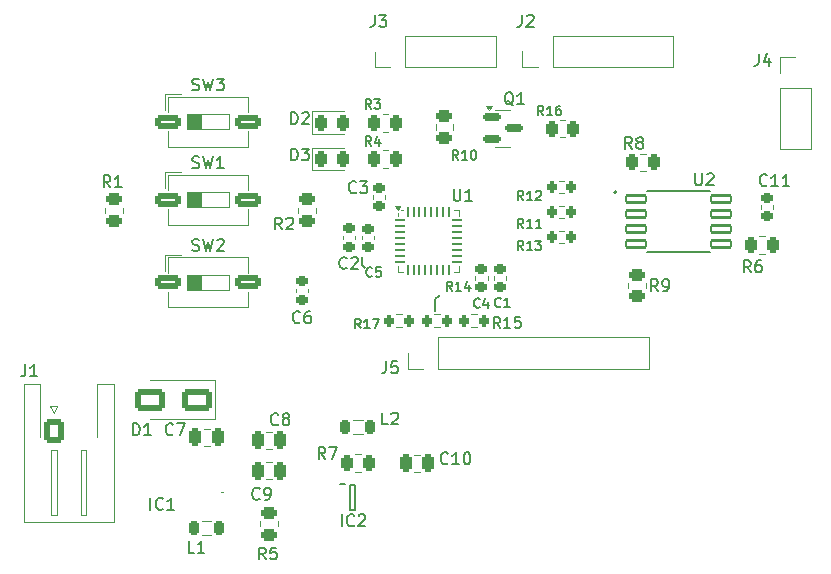
<source format=gto>
G04 #@! TF.GenerationSoftware,KiCad,Pcbnew,9.0.0*
G04 #@! TF.CreationDate,2025-05-01T15:15:07-03:00*
G04 #@! TF.ProjectId,hw_rfid,68775f72-6669-4642-9e6b-696361645f70,rev?*
G04 #@! TF.SameCoordinates,Original*
G04 #@! TF.FileFunction,Legend,Top*
G04 #@! TF.FilePolarity,Positive*
%FSLAX46Y46*%
G04 Gerber Fmt 4.6, Leading zero omitted, Abs format (unit mm)*
G04 Created by KiCad (PCBNEW 9.0.0) date 2025-05-01 15:15:07*
%MOMM*%
%LPD*%
G01*
G04 APERTURE LIST*
G04 Aperture macros list*
%AMRoundRect*
0 Rectangle with rounded corners*
0 $1 Rounding radius*
0 $2 $3 $4 $5 $6 $7 $8 $9 X,Y pos of 4 corners*
0 Add a 4 corners polygon primitive as box body*
4,1,4,$2,$3,$4,$5,$6,$7,$8,$9,$2,$3,0*
0 Add four circle primitives for the rounded corners*
1,1,$1+$1,$2,$3*
1,1,$1+$1,$4,$5*
1,1,$1+$1,$6,$7*
1,1,$1+$1,$8,$9*
0 Add four rect primitives between the rounded corners*
20,1,$1+$1,$2,$3,$4,$5,0*
20,1,$1+$1,$4,$5,$6,$7,0*
20,1,$1+$1,$6,$7,$8,$9,0*
20,1,$1+$1,$8,$9,$2,$3,0*%
G04 Aperture macros list end*
%ADD10C,0.150000*%
%ADD11C,0.120000*%
%ADD12C,0.127000*%
%ADD13C,0.200000*%
%ADD14C,0.100000*%
%ADD15RoundRect,0.225000X-0.250000X0.225000X-0.250000X-0.225000X0.250000X-0.225000X0.250000X0.225000X0*%
%ADD16R,1.700000X1.700000*%
%ADD17O,1.700000X1.700000*%
%ADD18RoundRect,0.250000X0.450000X-0.262500X0.450000X0.262500X-0.450000X0.262500X-0.450000X-0.262500X0*%
%ADD19RoundRect,0.218750X-0.218750X-0.381250X0.218750X-0.381250X0.218750X0.381250X-0.218750X0.381250X0*%
%ADD20RoundRect,0.250000X-0.830000X-0.310000X0.830000X-0.310000X0.830000X0.310000X-0.830000X0.310000X0*%
%ADD21RoundRect,0.250000X-0.262500X-0.450000X0.262500X-0.450000X0.262500X0.450000X-0.262500X0.450000X0*%
%ADD22C,2.000000*%
%ADD23RoundRect,0.200000X-0.200000X-0.275000X0.200000X-0.275000X0.200000X0.275000X-0.200000X0.275000X0*%
%ADD24RoundRect,0.225000X0.250000X-0.225000X0.250000X0.225000X-0.250000X0.225000X-0.250000X-0.225000X0*%
%ADD25RoundRect,0.200000X0.200000X0.275000X-0.200000X0.275000X-0.200000X-0.275000X0.200000X-0.275000X0*%
%ADD26RoundRect,0.250000X0.262500X0.450000X-0.262500X0.450000X-0.262500X-0.450000X0.262500X-0.450000X0*%
%ADD27RoundRect,0.098000X-0.859000X-0.294000X0.859000X-0.294000X0.859000X0.294000X-0.859000X0.294000X0*%
%ADD28RoundRect,0.250000X-0.250000X-0.475000X0.250000X-0.475000X0.250000X0.475000X-0.250000X0.475000X0*%
%ADD29RoundRect,0.243750X-0.243750X-0.456250X0.243750X-0.456250X0.243750X0.456250X-0.243750X0.456250X0*%
%ADD30RoundRect,0.250000X-0.450000X0.262500X-0.450000X-0.262500X0.450000X-0.262500X0.450000X0.262500X0*%
%ADD31R,0.450000X0.350000*%
%ADD32R,0.450000X0.250000*%
%ADD33R,1.000000X1.600000*%
%ADD34R,0.900000X0.100000*%
%ADD35RoundRect,0.250000X1.000000X0.650000X-1.000000X0.650000X-1.000000X-0.650000X1.000000X-0.650000X0*%
%ADD36R,0.475000X0.300000*%
%ADD37RoundRect,0.250000X-0.600000X-0.750000X0.600000X-0.750000X0.600000X0.750000X-0.600000X0.750000X0*%
%ADD38O,1.700000X2.000000*%
%ADD39RoundRect,0.150000X-0.587500X-0.150000X0.587500X-0.150000X0.587500X0.150000X-0.587500X0.150000X0*%
%ADD40RoundRect,0.062500X-0.375000X-0.062500X0.375000X-0.062500X0.375000X0.062500X-0.375000X0.062500X0*%
%ADD41RoundRect,0.062500X-0.062500X-0.375000X0.062500X-0.375000X0.062500X0.375000X-0.062500X0.375000X0*%
%ADD42R,3.450000X3.450000*%
G04 APERTURE END LIST*
D10*
X105000000Y-97550000D02*
X105250000Y-97800000D01*
X111200000Y-101400000D02*
X111200000Y-100450000D01*
X111200000Y-100450000D02*
X111575000Y-100125000D01*
X111575000Y-100125000D02*
X111675000Y-100050000D01*
X105000000Y-96850000D02*
X105000000Y-97550000D01*
X116791667Y-101036104D02*
X116753571Y-101074200D01*
X116753571Y-101074200D02*
X116639286Y-101112295D01*
X116639286Y-101112295D02*
X116563095Y-101112295D01*
X116563095Y-101112295D02*
X116448809Y-101074200D01*
X116448809Y-101074200D02*
X116372619Y-100998009D01*
X116372619Y-100998009D02*
X116334524Y-100921819D01*
X116334524Y-100921819D02*
X116296428Y-100769438D01*
X116296428Y-100769438D02*
X116296428Y-100655152D01*
X116296428Y-100655152D02*
X116334524Y-100502771D01*
X116334524Y-100502771D02*
X116372619Y-100426580D01*
X116372619Y-100426580D02*
X116448809Y-100350390D01*
X116448809Y-100350390D02*
X116563095Y-100312295D01*
X116563095Y-100312295D02*
X116639286Y-100312295D01*
X116639286Y-100312295D02*
X116753571Y-100350390D01*
X116753571Y-100350390D02*
X116791667Y-100388485D01*
X117553571Y-101112295D02*
X117096428Y-101112295D01*
X117325000Y-101112295D02*
X117325000Y-100312295D01*
X117325000Y-100312295D02*
X117248809Y-100426580D01*
X117248809Y-100426580D02*
X117172619Y-100502771D01*
X117172619Y-100502771D02*
X117096428Y-100540866D01*
X105881235Y-98461104D02*
X105843139Y-98499200D01*
X105843139Y-98499200D02*
X105728854Y-98537295D01*
X105728854Y-98537295D02*
X105652663Y-98537295D01*
X105652663Y-98537295D02*
X105538377Y-98499200D01*
X105538377Y-98499200D02*
X105462187Y-98423009D01*
X105462187Y-98423009D02*
X105424092Y-98346819D01*
X105424092Y-98346819D02*
X105385996Y-98194438D01*
X105385996Y-98194438D02*
X105385996Y-98080152D01*
X105385996Y-98080152D02*
X105424092Y-97927771D01*
X105424092Y-97927771D02*
X105462187Y-97851580D01*
X105462187Y-97851580D02*
X105538377Y-97775390D01*
X105538377Y-97775390D02*
X105652663Y-97737295D01*
X105652663Y-97737295D02*
X105728854Y-97737295D01*
X105728854Y-97737295D02*
X105843139Y-97775390D01*
X105843139Y-97775390D02*
X105881235Y-97813485D01*
X106605044Y-97737295D02*
X106224092Y-97737295D01*
X106224092Y-97737295D02*
X106185996Y-98118247D01*
X106185996Y-98118247D02*
X106224092Y-98080152D01*
X106224092Y-98080152D02*
X106300282Y-98042057D01*
X106300282Y-98042057D02*
X106490758Y-98042057D01*
X106490758Y-98042057D02*
X106566949Y-98080152D01*
X106566949Y-98080152D02*
X106605044Y-98118247D01*
X106605044Y-98118247D02*
X106643139Y-98194438D01*
X106643139Y-98194438D02*
X106643139Y-98384914D01*
X106643139Y-98384914D02*
X106605044Y-98461104D01*
X106605044Y-98461104D02*
X106566949Y-98499200D01*
X106566949Y-98499200D02*
X106490758Y-98537295D01*
X106490758Y-98537295D02*
X106300282Y-98537295D01*
X106300282Y-98537295D02*
X106224092Y-98499200D01*
X106224092Y-98499200D02*
X106185996Y-98461104D01*
X118576666Y-76354819D02*
X118576666Y-77069104D01*
X118576666Y-77069104D02*
X118529047Y-77211961D01*
X118529047Y-77211961D02*
X118433809Y-77307200D01*
X118433809Y-77307200D02*
X118290952Y-77354819D01*
X118290952Y-77354819D02*
X118195714Y-77354819D01*
X119005238Y-76450057D02*
X119052857Y-76402438D01*
X119052857Y-76402438D02*
X119148095Y-76354819D01*
X119148095Y-76354819D02*
X119386190Y-76354819D01*
X119386190Y-76354819D02*
X119481428Y-76402438D01*
X119481428Y-76402438D02*
X119529047Y-76450057D01*
X119529047Y-76450057D02*
X119576666Y-76545295D01*
X119576666Y-76545295D02*
X119576666Y-76640533D01*
X119576666Y-76640533D02*
X119529047Y-76783390D01*
X119529047Y-76783390D02*
X118957619Y-77354819D01*
X118957619Y-77354819D02*
X119576666Y-77354819D01*
X98258333Y-94529819D02*
X97925000Y-94053628D01*
X97686905Y-94529819D02*
X97686905Y-93529819D01*
X97686905Y-93529819D02*
X98067857Y-93529819D01*
X98067857Y-93529819D02*
X98163095Y-93577438D01*
X98163095Y-93577438D02*
X98210714Y-93625057D01*
X98210714Y-93625057D02*
X98258333Y-93720295D01*
X98258333Y-93720295D02*
X98258333Y-93863152D01*
X98258333Y-93863152D02*
X98210714Y-93958390D01*
X98210714Y-93958390D02*
X98163095Y-94006009D01*
X98163095Y-94006009D02*
X98067857Y-94053628D01*
X98067857Y-94053628D02*
X97686905Y-94053628D01*
X98639286Y-93625057D02*
X98686905Y-93577438D01*
X98686905Y-93577438D02*
X98782143Y-93529819D01*
X98782143Y-93529819D02*
X99020238Y-93529819D01*
X99020238Y-93529819D02*
X99115476Y-93577438D01*
X99115476Y-93577438D02*
X99163095Y-93625057D01*
X99163095Y-93625057D02*
X99210714Y-93720295D01*
X99210714Y-93720295D02*
X99210714Y-93815533D01*
X99210714Y-93815533D02*
X99163095Y-93958390D01*
X99163095Y-93958390D02*
X98591667Y-94529819D01*
X98591667Y-94529819D02*
X99210714Y-94529819D01*
X90833333Y-121904819D02*
X90357143Y-121904819D01*
X90357143Y-121904819D02*
X90357143Y-120904819D01*
X91690476Y-121904819D02*
X91119048Y-121904819D01*
X91404762Y-121904819D02*
X91404762Y-120904819D01*
X91404762Y-120904819D02*
X91309524Y-121047676D01*
X91309524Y-121047676D02*
X91214286Y-121142914D01*
X91214286Y-121142914D02*
X91119048Y-121190533D01*
X90666667Y-96297200D02*
X90809524Y-96344819D01*
X90809524Y-96344819D02*
X91047619Y-96344819D01*
X91047619Y-96344819D02*
X91142857Y-96297200D01*
X91142857Y-96297200D02*
X91190476Y-96249580D01*
X91190476Y-96249580D02*
X91238095Y-96154342D01*
X91238095Y-96154342D02*
X91238095Y-96059104D01*
X91238095Y-96059104D02*
X91190476Y-95963866D01*
X91190476Y-95963866D02*
X91142857Y-95916247D01*
X91142857Y-95916247D02*
X91047619Y-95868628D01*
X91047619Y-95868628D02*
X90857143Y-95821009D01*
X90857143Y-95821009D02*
X90761905Y-95773390D01*
X90761905Y-95773390D02*
X90714286Y-95725771D01*
X90714286Y-95725771D02*
X90666667Y-95630533D01*
X90666667Y-95630533D02*
X90666667Y-95535295D01*
X90666667Y-95535295D02*
X90714286Y-95440057D01*
X90714286Y-95440057D02*
X90761905Y-95392438D01*
X90761905Y-95392438D02*
X90857143Y-95344819D01*
X90857143Y-95344819D02*
X91095238Y-95344819D01*
X91095238Y-95344819D02*
X91238095Y-95392438D01*
X91571429Y-95344819D02*
X91809524Y-96344819D01*
X91809524Y-96344819D02*
X92000000Y-95630533D01*
X92000000Y-95630533D02*
X92190476Y-96344819D01*
X92190476Y-96344819D02*
X92428572Y-95344819D01*
X92761905Y-95440057D02*
X92809524Y-95392438D01*
X92809524Y-95392438D02*
X92904762Y-95344819D01*
X92904762Y-95344819D02*
X93142857Y-95344819D01*
X93142857Y-95344819D02*
X93238095Y-95392438D01*
X93238095Y-95392438D02*
X93285714Y-95440057D01*
X93285714Y-95440057D02*
X93333333Y-95535295D01*
X93333333Y-95535295D02*
X93333333Y-95630533D01*
X93333333Y-95630533D02*
X93285714Y-95773390D01*
X93285714Y-95773390D02*
X92714286Y-96344819D01*
X92714286Y-96344819D02*
X93333333Y-96344819D01*
X114991667Y-101086104D02*
X114953571Y-101124200D01*
X114953571Y-101124200D02*
X114839286Y-101162295D01*
X114839286Y-101162295D02*
X114763095Y-101162295D01*
X114763095Y-101162295D02*
X114648809Y-101124200D01*
X114648809Y-101124200D02*
X114572619Y-101048009D01*
X114572619Y-101048009D02*
X114534524Y-100971819D01*
X114534524Y-100971819D02*
X114496428Y-100819438D01*
X114496428Y-100819438D02*
X114496428Y-100705152D01*
X114496428Y-100705152D02*
X114534524Y-100552771D01*
X114534524Y-100552771D02*
X114572619Y-100476580D01*
X114572619Y-100476580D02*
X114648809Y-100400390D01*
X114648809Y-100400390D02*
X114763095Y-100362295D01*
X114763095Y-100362295D02*
X114839286Y-100362295D01*
X114839286Y-100362295D02*
X114953571Y-100400390D01*
X114953571Y-100400390D02*
X114991667Y-100438485D01*
X115677381Y-100628961D02*
X115677381Y-101162295D01*
X115486905Y-100324200D02*
X115296428Y-100895628D01*
X115296428Y-100895628D02*
X115791667Y-100895628D01*
X105804167Y-87437295D02*
X105537500Y-87056342D01*
X105347024Y-87437295D02*
X105347024Y-86637295D01*
X105347024Y-86637295D02*
X105651786Y-86637295D01*
X105651786Y-86637295D02*
X105727976Y-86675390D01*
X105727976Y-86675390D02*
X105766071Y-86713485D01*
X105766071Y-86713485D02*
X105804167Y-86789676D01*
X105804167Y-86789676D02*
X105804167Y-86903961D01*
X105804167Y-86903961D02*
X105766071Y-86980152D01*
X105766071Y-86980152D02*
X105727976Y-87018247D01*
X105727976Y-87018247D02*
X105651786Y-87056342D01*
X105651786Y-87056342D02*
X105347024Y-87056342D01*
X106489881Y-86903961D02*
X106489881Y-87437295D01*
X106299405Y-86599200D02*
X106108928Y-87170628D01*
X106108928Y-87170628D02*
X106604167Y-87170628D01*
X107066666Y-105704819D02*
X107066666Y-106419104D01*
X107066666Y-106419104D02*
X107019047Y-106561961D01*
X107019047Y-106561961D02*
X106923809Y-106657200D01*
X106923809Y-106657200D02*
X106780952Y-106704819D01*
X106780952Y-106704819D02*
X106685714Y-106704819D01*
X108019047Y-105704819D02*
X107542857Y-105704819D01*
X107542857Y-105704819D02*
X107495238Y-106181009D01*
X107495238Y-106181009D02*
X107542857Y-106133390D01*
X107542857Y-106133390D02*
X107638095Y-106085771D01*
X107638095Y-106085771D02*
X107876190Y-106085771D01*
X107876190Y-106085771D02*
X107971428Y-106133390D01*
X107971428Y-106133390D02*
X108019047Y-106181009D01*
X108019047Y-106181009D02*
X108066666Y-106276247D01*
X108066666Y-106276247D02*
X108066666Y-106514342D01*
X108066666Y-106514342D02*
X108019047Y-106609580D01*
X108019047Y-106609580D02*
X107971428Y-106657200D01*
X107971428Y-106657200D02*
X107876190Y-106704819D01*
X107876190Y-106704819D02*
X107638095Y-106704819D01*
X107638095Y-106704819D02*
X107542857Y-106657200D01*
X107542857Y-106657200D02*
X107495238Y-106609580D01*
X116746428Y-102858557D02*
X116446428Y-102429985D01*
X116232142Y-102858557D02*
X116232142Y-101958557D01*
X116232142Y-101958557D02*
X116574999Y-101958557D01*
X116574999Y-101958557D02*
X116660714Y-102001414D01*
X116660714Y-102001414D02*
X116703571Y-102044271D01*
X116703571Y-102044271D02*
X116746428Y-102129985D01*
X116746428Y-102129985D02*
X116746428Y-102258557D01*
X116746428Y-102258557D02*
X116703571Y-102344271D01*
X116703571Y-102344271D02*
X116660714Y-102387128D01*
X116660714Y-102387128D02*
X116574999Y-102429985D01*
X116574999Y-102429985D02*
X116232142Y-102429985D01*
X117603571Y-102858557D02*
X117089285Y-102858557D01*
X117346428Y-102858557D02*
X117346428Y-101958557D01*
X117346428Y-101958557D02*
X117260714Y-102087128D01*
X117260714Y-102087128D02*
X117174999Y-102172842D01*
X117174999Y-102172842D02*
X117089285Y-102215700D01*
X118417857Y-101958557D02*
X117989285Y-101958557D01*
X117989285Y-101958557D02*
X117946428Y-102387128D01*
X117946428Y-102387128D02*
X117989285Y-102344271D01*
X117989285Y-102344271D02*
X118075000Y-102301414D01*
X118075000Y-102301414D02*
X118289285Y-102301414D01*
X118289285Y-102301414D02*
X118375000Y-102344271D01*
X118375000Y-102344271D02*
X118417857Y-102387128D01*
X118417857Y-102387128D02*
X118460714Y-102472842D01*
X118460714Y-102472842D02*
X118460714Y-102687128D01*
X118460714Y-102687128D02*
X118417857Y-102772842D01*
X118417857Y-102772842D02*
X118375000Y-102815700D01*
X118375000Y-102815700D02*
X118289285Y-102858557D01*
X118289285Y-102858557D02*
X118075000Y-102858557D01*
X118075000Y-102858557D02*
X117989285Y-102815700D01*
X117989285Y-102815700D02*
X117946428Y-102772842D01*
X106091666Y-76379819D02*
X106091666Y-77094104D01*
X106091666Y-77094104D02*
X106044047Y-77236961D01*
X106044047Y-77236961D02*
X105948809Y-77332200D01*
X105948809Y-77332200D02*
X105805952Y-77379819D01*
X105805952Y-77379819D02*
X105710714Y-77379819D01*
X106472619Y-76379819D02*
X107091666Y-76379819D01*
X107091666Y-76379819D02*
X106758333Y-76760771D01*
X106758333Y-76760771D02*
X106901190Y-76760771D01*
X106901190Y-76760771D02*
X106996428Y-76808390D01*
X106996428Y-76808390D02*
X107044047Y-76856009D01*
X107044047Y-76856009D02*
X107091666Y-76951247D01*
X107091666Y-76951247D02*
X107091666Y-77189342D01*
X107091666Y-77189342D02*
X107044047Y-77284580D01*
X107044047Y-77284580D02*
X106996428Y-77332200D01*
X106996428Y-77332200D02*
X106901190Y-77379819D01*
X106901190Y-77379819D02*
X106615476Y-77379819D01*
X106615476Y-77379819D02*
X106520238Y-77332200D01*
X106520238Y-77332200D02*
X106472619Y-77284580D01*
X103733333Y-97784580D02*
X103685714Y-97832200D01*
X103685714Y-97832200D02*
X103542857Y-97879819D01*
X103542857Y-97879819D02*
X103447619Y-97879819D01*
X103447619Y-97879819D02*
X103304762Y-97832200D01*
X103304762Y-97832200D02*
X103209524Y-97736961D01*
X103209524Y-97736961D02*
X103161905Y-97641723D01*
X103161905Y-97641723D02*
X103114286Y-97451247D01*
X103114286Y-97451247D02*
X103114286Y-97308390D01*
X103114286Y-97308390D02*
X103161905Y-97117914D01*
X103161905Y-97117914D02*
X103209524Y-97022676D01*
X103209524Y-97022676D02*
X103304762Y-96927438D01*
X103304762Y-96927438D02*
X103447619Y-96879819D01*
X103447619Y-96879819D02*
X103542857Y-96879819D01*
X103542857Y-96879819D02*
X103685714Y-96927438D01*
X103685714Y-96927438D02*
X103733333Y-96975057D01*
X104114286Y-96975057D02*
X104161905Y-96927438D01*
X104161905Y-96927438D02*
X104257143Y-96879819D01*
X104257143Y-96879819D02*
X104495238Y-96879819D01*
X104495238Y-96879819D02*
X104590476Y-96927438D01*
X104590476Y-96927438D02*
X104638095Y-96975057D01*
X104638095Y-96975057D02*
X104685714Y-97070295D01*
X104685714Y-97070295D02*
X104685714Y-97165533D01*
X104685714Y-97165533D02*
X104638095Y-97308390D01*
X104638095Y-97308390D02*
X104066667Y-97879819D01*
X104066667Y-97879819D02*
X104685714Y-97879819D01*
X112660714Y-99737295D02*
X112394047Y-99356342D01*
X112203571Y-99737295D02*
X112203571Y-98937295D01*
X112203571Y-98937295D02*
X112508333Y-98937295D01*
X112508333Y-98937295D02*
X112584523Y-98975390D01*
X112584523Y-98975390D02*
X112622618Y-99013485D01*
X112622618Y-99013485D02*
X112660714Y-99089676D01*
X112660714Y-99089676D02*
X112660714Y-99203961D01*
X112660714Y-99203961D02*
X112622618Y-99280152D01*
X112622618Y-99280152D02*
X112584523Y-99318247D01*
X112584523Y-99318247D02*
X112508333Y-99356342D01*
X112508333Y-99356342D02*
X112203571Y-99356342D01*
X113422618Y-99737295D02*
X112965475Y-99737295D01*
X113194047Y-99737295D02*
X113194047Y-98937295D01*
X113194047Y-98937295D02*
X113117856Y-99051580D01*
X113117856Y-99051580D02*
X113041666Y-99127771D01*
X113041666Y-99127771D02*
X112965475Y-99165866D01*
X114108333Y-99203961D02*
X114108333Y-99737295D01*
X113917857Y-98899200D02*
X113727380Y-99470628D01*
X113727380Y-99470628D02*
X114222619Y-99470628D01*
X130083333Y-99754819D02*
X129750000Y-99278628D01*
X129511905Y-99754819D02*
X129511905Y-98754819D01*
X129511905Y-98754819D02*
X129892857Y-98754819D01*
X129892857Y-98754819D02*
X129988095Y-98802438D01*
X129988095Y-98802438D02*
X130035714Y-98850057D01*
X130035714Y-98850057D02*
X130083333Y-98945295D01*
X130083333Y-98945295D02*
X130083333Y-99088152D01*
X130083333Y-99088152D02*
X130035714Y-99183390D01*
X130035714Y-99183390D02*
X129988095Y-99231009D01*
X129988095Y-99231009D02*
X129892857Y-99278628D01*
X129892857Y-99278628D02*
X129511905Y-99278628D01*
X130559524Y-99754819D02*
X130750000Y-99754819D01*
X130750000Y-99754819D02*
X130845238Y-99707200D01*
X130845238Y-99707200D02*
X130892857Y-99659580D01*
X130892857Y-99659580D02*
X130988095Y-99516723D01*
X130988095Y-99516723D02*
X131035714Y-99326247D01*
X131035714Y-99326247D02*
X131035714Y-98945295D01*
X131035714Y-98945295D02*
X130988095Y-98850057D01*
X130988095Y-98850057D02*
X130940476Y-98802438D01*
X130940476Y-98802438D02*
X130845238Y-98754819D01*
X130845238Y-98754819D02*
X130654762Y-98754819D01*
X130654762Y-98754819D02*
X130559524Y-98802438D01*
X130559524Y-98802438D02*
X130511905Y-98850057D01*
X130511905Y-98850057D02*
X130464286Y-98945295D01*
X130464286Y-98945295D02*
X130464286Y-99183390D01*
X130464286Y-99183390D02*
X130511905Y-99278628D01*
X130511905Y-99278628D02*
X130559524Y-99326247D01*
X130559524Y-99326247D02*
X130654762Y-99373866D01*
X130654762Y-99373866D02*
X130845238Y-99373866D01*
X130845238Y-99373866D02*
X130940476Y-99326247D01*
X130940476Y-99326247D02*
X130988095Y-99278628D01*
X130988095Y-99278628D02*
X131035714Y-99183390D01*
X104533333Y-91359580D02*
X104485714Y-91407200D01*
X104485714Y-91407200D02*
X104342857Y-91454819D01*
X104342857Y-91454819D02*
X104247619Y-91454819D01*
X104247619Y-91454819D02*
X104104762Y-91407200D01*
X104104762Y-91407200D02*
X104009524Y-91311961D01*
X104009524Y-91311961D02*
X103961905Y-91216723D01*
X103961905Y-91216723D02*
X103914286Y-91026247D01*
X103914286Y-91026247D02*
X103914286Y-90883390D01*
X103914286Y-90883390D02*
X103961905Y-90692914D01*
X103961905Y-90692914D02*
X104009524Y-90597676D01*
X104009524Y-90597676D02*
X104104762Y-90502438D01*
X104104762Y-90502438D02*
X104247619Y-90454819D01*
X104247619Y-90454819D02*
X104342857Y-90454819D01*
X104342857Y-90454819D02*
X104485714Y-90502438D01*
X104485714Y-90502438D02*
X104533333Y-90550057D01*
X104866667Y-90454819D02*
X105485714Y-90454819D01*
X105485714Y-90454819D02*
X105152381Y-90835771D01*
X105152381Y-90835771D02*
X105295238Y-90835771D01*
X105295238Y-90835771D02*
X105390476Y-90883390D01*
X105390476Y-90883390D02*
X105438095Y-90931009D01*
X105438095Y-90931009D02*
X105485714Y-91026247D01*
X105485714Y-91026247D02*
X105485714Y-91264342D01*
X105485714Y-91264342D02*
X105438095Y-91359580D01*
X105438095Y-91359580D02*
X105390476Y-91407200D01*
X105390476Y-91407200D02*
X105295238Y-91454819D01*
X105295238Y-91454819D02*
X105009524Y-91454819D01*
X105009524Y-91454819D02*
X104914286Y-91407200D01*
X104914286Y-91407200D02*
X104866667Y-91359580D01*
X118685714Y-94412295D02*
X118419047Y-94031342D01*
X118228571Y-94412295D02*
X118228571Y-93612295D01*
X118228571Y-93612295D02*
X118533333Y-93612295D01*
X118533333Y-93612295D02*
X118609523Y-93650390D01*
X118609523Y-93650390D02*
X118647618Y-93688485D01*
X118647618Y-93688485D02*
X118685714Y-93764676D01*
X118685714Y-93764676D02*
X118685714Y-93878961D01*
X118685714Y-93878961D02*
X118647618Y-93955152D01*
X118647618Y-93955152D02*
X118609523Y-93993247D01*
X118609523Y-93993247D02*
X118533333Y-94031342D01*
X118533333Y-94031342D02*
X118228571Y-94031342D01*
X119447618Y-94412295D02*
X118990475Y-94412295D01*
X119219047Y-94412295D02*
X119219047Y-93612295D01*
X119219047Y-93612295D02*
X119142856Y-93726580D01*
X119142856Y-93726580D02*
X119066666Y-93802771D01*
X119066666Y-93802771D02*
X118990475Y-93840866D01*
X120209523Y-94412295D02*
X119752380Y-94412295D01*
X119980952Y-94412295D02*
X119980952Y-93612295D01*
X119980952Y-93612295D02*
X119904761Y-93726580D01*
X119904761Y-93726580D02*
X119828571Y-93802771D01*
X119828571Y-93802771D02*
X119752380Y-93840866D01*
X127883333Y-87704819D02*
X127550000Y-87228628D01*
X127311905Y-87704819D02*
X127311905Y-86704819D01*
X127311905Y-86704819D02*
X127692857Y-86704819D01*
X127692857Y-86704819D02*
X127788095Y-86752438D01*
X127788095Y-86752438D02*
X127835714Y-86800057D01*
X127835714Y-86800057D02*
X127883333Y-86895295D01*
X127883333Y-86895295D02*
X127883333Y-87038152D01*
X127883333Y-87038152D02*
X127835714Y-87133390D01*
X127835714Y-87133390D02*
X127788095Y-87181009D01*
X127788095Y-87181009D02*
X127692857Y-87228628D01*
X127692857Y-87228628D02*
X127311905Y-87228628D01*
X128454762Y-87133390D02*
X128359524Y-87085771D01*
X128359524Y-87085771D02*
X128311905Y-87038152D01*
X128311905Y-87038152D02*
X128264286Y-86942914D01*
X128264286Y-86942914D02*
X128264286Y-86895295D01*
X128264286Y-86895295D02*
X128311905Y-86800057D01*
X128311905Y-86800057D02*
X128359524Y-86752438D01*
X128359524Y-86752438D02*
X128454762Y-86704819D01*
X128454762Y-86704819D02*
X128645238Y-86704819D01*
X128645238Y-86704819D02*
X128740476Y-86752438D01*
X128740476Y-86752438D02*
X128788095Y-86800057D01*
X128788095Y-86800057D02*
X128835714Y-86895295D01*
X128835714Y-86895295D02*
X128835714Y-86942914D01*
X128835714Y-86942914D02*
X128788095Y-87038152D01*
X128788095Y-87038152D02*
X128740476Y-87085771D01*
X128740476Y-87085771D02*
X128645238Y-87133390D01*
X128645238Y-87133390D02*
X128454762Y-87133390D01*
X128454762Y-87133390D02*
X128359524Y-87181009D01*
X128359524Y-87181009D02*
X128311905Y-87228628D01*
X128311905Y-87228628D02*
X128264286Y-87323866D01*
X128264286Y-87323866D02*
X128264286Y-87514342D01*
X128264286Y-87514342D02*
X128311905Y-87609580D01*
X128311905Y-87609580D02*
X128359524Y-87657200D01*
X128359524Y-87657200D02*
X128454762Y-87704819D01*
X128454762Y-87704819D02*
X128645238Y-87704819D01*
X128645238Y-87704819D02*
X128740476Y-87657200D01*
X128740476Y-87657200D02*
X128788095Y-87609580D01*
X128788095Y-87609580D02*
X128835714Y-87514342D01*
X128835714Y-87514342D02*
X128835714Y-87323866D01*
X128835714Y-87323866D02*
X128788095Y-87228628D01*
X128788095Y-87228628D02*
X128740476Y-87181009D01*
X128740476Y-87181009D02*
X128645238Y-87133390D01*
X120385714Y-84862295D02*
X120119047Y-84481342D01*
X119928571Y-84862295D02*
X119928571Y-84062295D01*
X119928571Y-84062295D02*
X120233333Y-84062295D01*
X120233333Y-84062295D02*
X120309523Y-84100390D01*
X120309523Y-84100390D02*
X120347618Y-84138485D01*
X120347618Y-84138485D02*
X120385714Y-84214676D01*
X120385714Y-84214676D02*
X120385714Y-84328961D01*
X120385714Y-84328961D02*
X120347618Y-84405152D01*
X120347618Y-84405152D02*
X120309523Y-84443247D01*
X120309523Y-84443247D02*
X120233333Y-84481342D01*
X120233333Y-84481342D02*
X119928571Y-84481342D01*
X121147618Y-84862295D02*
X120690475Y-84862295D01*
X120919047Y-84862295D02*
X120919047Y-84062295D01*
X120919047Y-84062295D02*
X120842856Y-84176580D01*
X120842856Y-84176580D02*
X120766666Y-84252771D01*
X120766666Y-84252771D02*
X120690475Y-84290866D01*
X121833333Y-84062295D02*
X121680952Y-84062295D01*
X121680952Y-84062295D02*
X121604761Y-84100390D01*
X121604761Y-84100390D02*
X121566666Y-84138485D01*
X121566666Y-84138485D02*
X121490476Y-84252771D01*
X121490476Y-84252771D02*
X121452380Y-84405152D01*
X121452380Y-84405152D02*
X121452380Y-84709914D01*
X121452380Y-84709914D02*
X121490476Y-84786104D01*
X121490476Y-84786104D02*
X121528571Y-84824200D01*
X121528571Y-84824200D02*
X121604761Y-84862295D01*
X121604761Y-84862295D02*
X121757142Y-84862295D01*
X121757142Y-84862295D02*
X121833333Y-84824200D01*
X121833333Y-84824200D02*
X121871428Y-84786104D01*
X121871428Y-84786104D02*
X121909523Y-84709914D01*
X121909523Y-84709914D02*
X121909523Y-84519438D01*
X121909523Y-84519438D02*
X121871428Y-84443247D01*
X121871428Y-84443247D02*
X121833333Y-84405152D01*
X121833333Y-84405152D02*
X121757142Y-84367057D01*
X121757142Y-84367057D02*
X121604761Y-84367057D01*
X121604761Y-84367057D02*
X121528571Y-84405152D01*
X121528571Y-84405152D02*
X121490476Y-84443247D01*
X121490476Y-84443247D02*
X121452380Y-84519438D01*
X133238095Y-89779819D02*
X133238095Y-90589342D01*
X133238095Y-90589342D02*
X133285714Y-90684580D01*
X133285714Y-90684580D02*
X133333333Y-90732200D01*
X133333333Y-90732200D02*
X133428571Y-90779819D01*
X133428571Y-90779819D02*
X133619047Y-90779819D01*
X133619047Y-90779819D02*
X133714285Y-90732200D01*
X133714285Y-90732200D02*
X133761904Y-90684580D01*
X133761904Y-90684580D02*
X133809523Y-90589342D01*
X133809523Y-90589342D02*
X133809523Y-89779819D01*
X134238095Y-89875057D02*
X134285714Y-89827438D01*
X134285714Y-89827438D02*
X134380952Y-89779819D01*
X134380952Y-89779819D02*
X134619047Y-89779819D01*
X134619047Y-89779819D02*
X134714285Y-89827438D01*
X134714285Y-89827438D02*
X134761904Y-89875057D01*
X134761904Y-89875057D02*
X134809523Y-89970295D01*
X134809523Y-89970295D02*
X134809523Y-90065533D01*
X134809523Y-90065533D02*
X134761904Y-90208390D01*
X134761904Y-90208390D02*
X134190476Y-90779819D01*
X134190476Y-90779819D02*
X134809523Y-90779819D01*
X107233333Y-111029819D02*
X106757143Y-111029819D01*
X106757143Y-111029819D02*
X106757143Y-110029819D01*
X107519048Y-110125057D02*
X107566667Y-110077438D01*
X107566667Y-110077438D02*
X107661905Y-110029819D01*
X107661905Y-110029819D02*
X107900000Y-110029819D01*
X107900000Y-110029819D02*
X107995238Y-110077438D01*
X107995238Y-110077438D02*
X108042857Y-110125057D01*
X108042857Y-110125057D02*
X108090476Y-110220295D01*
X108090476Y-110220295D02*
X108090476Y-110315533D01*
X108090476Y-110315533D02*
X108042857Y-110458390D01*
X108042857Y-110458390D02*
X107471429Y-111029819D01*
X107471429Y-111029819D02*
X108090476Y-111029819D01*
X112301142Y-114307580D02*
X112253523Y-114355200D01*
X112253523Y-114355200D02*
X112110666Y-114402819D01*
X112110666Y-114402819D02*
X112015428Y-114402819D01*
X112015428Y-114402819D02*
X111872571Y-114355200D01*
X111872571Y-114355200D02*
X111777333Y-114259961D01*
X111777333Y-114259961D02*
X111729714Y-114164723D01*
X111729714Y-114164723D02*
X111682095Y-113974247D01*
X111682095Y-113974247D02*
X111682095Y-113831390D01*
X111682095Y-113831390D02*
X111729714Y-113640914D01*
X111729714Y-113640914D02*
X111777333Y-113545676D01*
X111777333Y-113545676D02*
X111872571Y-113450438D01*
X111872571Y-113450438D02*
X112015428Y-113402819D01*
X112015428Y-113402819D02*
X112110666Y-113402819D01*
X112110666Y-113402819D02*
X112253523Y-113450438D01*
X112253523Y-113450438D02*
X112301142Y-113498057D01*
X113253523Y-114402819D02*
X112682095Y-114402819D01*
X112967809Y-114402819D02*
X112967809Y-113402819D01*
X112967809Y-113402819D02*
X112872571Y-113545676D01*
X112872571Y-113545676D02*
X112777333Y-113640914D01*
X112777333Y-113640914D02*
X112682095Y-113688533D01*
X113872571Y-113402819D02*
X113967809Y-113402819D01*
X113967809Y-113402819D02*
X114063047Y-113450438D01*
X114063047Y-113450438D02*
X114110666Y-113498057D01*
X114110666Y-113498057D02*
X114158285Y-113593295D01*
X114158285Y-113593295D02*
X114205904Y-113783771D01*
X114205904Y-113783771D02*
X114205904Y-114021866D01*
X114205904Y-114021866D02*
X114158285Y-114212342D01*
X114158285Y-114212342D02*
X114110666Y-114307580D01*
X114110666Y-114307580D02*
X114063047Y-114355200D01*
X114063047Y-114355200D02*
X113967809Y-114402819D01*
X113967809Y-114402819D02*
X113872571Y-114402819D01*
X113872571Y-114402819D02*
X113777333Y-114355200D01*
X113777333Y-114355200D02*
X113729714Y-114307580D01*
X113729714Y-114307580D02*
X113682095Y-114212342D01*
X113682095Y-114212342D02*
X113634476Y-114021866D01*
X113634476Y-114021866D02*
X113634476Y-113783771D01*
X113634476Y-113783771D02*
X113682095Y-113593295D01*
X113682095Y-113593295D02*
X113729714Y-113498057D01*
X113729714Y-113498057D02*
X113777333Y-113450438D01*
X113777333Y-113450438D02*
X113872571Y-113402819D01*
X99011905Y-85604819D02*
X99011905Y-84604819D01*
X99011905Y-84604819D02*
X99250000Y-84604819D01*
X99250000Y-84604819D02*
X99392857Y-84652438D01*
X99392857Y-84652438D02*
X99488095Y-84747676D01*
X99488095Y-84747676D02*
X99535714Y-84842914D01*
X99535714Y-84842914D02*
X99583333Y-85033390D01*
X99583333Y-85033390D02*
X99583333Y-85176247D01*
X99583333Y-85176247D02*
X99535714Y-85366723D01*
X99535714Y-85366723D02*
X99488095Y-85461961D01*
X99488095Y-85461961D02*
X99392857Y-85557200D01*
X99392857Y-85557200D02*
X99250000Y-85604819D01*
X99250000Y-85604819D02*
X99011905Y-85604819D01*
X99964286Y-84700057D02*
X100011905Y-84652438D01*
X100011905Y-84652438D02*
X100107143Y-84604819D01*
X100107143Y-84604819D02*
X100345238Y-84604819D01*
X100345238Y-84604819D02*
X100440476Y-84652438D01*
X100440476Y-84652438D02*
X100488095Y-84700057D01*
X100488095Y-84700057D02*
X100535714Y-84795295D01*
X100535714Y-84795295D02*
X100535714Y-84890533D01*
X100535714Y-84890533D02*
X100488095Y-85033390D01*
X100488095Y-85033390D02*
X99916667Y-85604819D01*
X99916667Y-85604819D02*
X100535714Y-85604819D01*
X113185714Y-88612295D02*
X112919047Y-88231342D01*
X112728571Y-88612295D02*
X112728571Y-87812295D01*
X112728571Y-87812295D02*
X113033333Y-87812295D01*
X113033333Y-87812295D02*
X113109523Y-87850390D01*
X113109523Y-87850390D02*
X113147618Y-87888485D01*
X113147618Y-87888485D02*
X113185714Y-87964676D01*
X113185714Y-87964676D02*
X113185714Y-88078961D01*
X113185714Y-88078961D02*
X113147618Y-88155152D01*
X113147618Y-88155152D02*
X113109523Y-88193247D01*
X113109523Y-88193247D02*
X113033333Y-88231342D01*
X113033333Y-88231342D02*
X112728571Y-88231342D01*
X113947618Y-88612295D02*
X113490475Y-88612295D01*
X113719047Y-88612295D02*
X113719047Y-87812295D01*
X113719047Y-87812295D02*
X113642856Y-87926580D01*
X113642856Y-87926580D02*
X113566666Y-88002771D01*
X113566666Y-88002771D02*
X113490475Y-88040866D01*
X114442857Y-87812295D02*
X114519047Y-87812295D01*
X114519047Y-87812295D02*
X114595238Y-87850390D01*
X114595238Y-87850390D02*
X114633333Y-87888485D01*
X114633333Y-87888485D02*
X114671428Y-87964676D01*
X114671428Y-87964676D02*
X114709523Y-88117057D01*
X114709523Y-88117057D02*
X114709523Y-88307533D01*
X114709523Y-88307533D02*
X114671428Y-88459914D01*
X114671428Y-88459914D02*
X114633333Y-88536104D01*
X114633333Y-88536104D02*
X114595238Y-88574200D01*
X114595238Y-88574200D02*
X114519047Y-88612295D01*
X114519047Y-88612295D02*
X114442857Y-88612295D01*
X114442857Y-88612295D02*
X114366666Y-88574200D01*
X114366666Y-88574200D02*
X114328571Y-88536104D01*
X114328571Y-88536104D02*
X114290476Y-88459914D01*
X114290476Y-88459914D02*
X114252380Y-88307533D01*
X114252380Y-88307533D02*
X114252380Y-88117057D01*
X114252380Y-88117057D02*
X114290476Y-87964676D01*
X114290476Y-87964676D02*
X114328571Y-87888485D01*
X114328571Y-87888485D02*
X114366666Y-87850390D01*
X114366666Y-87850390D02*
X114442857Y-87812295D01*
X138616666Y-79671569D02*
X138616666Y-80385854D01*
X138616666Y-80385854D02*
X138569047Y-80528711D01*
X138569047Y-80528711D02*
X138473809Y-80623950D01*
X138473809Y-80623950D02*
X138330952Y-80671569D01*
X138330952Y-80671569D02*
X138235714Y-80671569D01*
X139521428Y-80004902D02*
X139521428Y-80671569D01*
X139283333Y-79623950D02*
X139045238Y-80338235D01*
X139045238Y-80338235D02*
X139664285Y-80338235D01*
X90666667Y-89297200D02*
X90809524Y-89344819D01*
X90809524Y-89344819D02*
X91047619Y-89344819D01*
X91047619Y-89344819D02*
X91142857Y-89297200D01*
X91142857Y-89297200D02*
X91190476Y-89249580D01*
X91190476Y-89249580D02*
X91238095Y-89154342D01*
X91238095Y-89154342D02*
X91238095Y-89059104D01*
X91238095Y-89059104D02*
X91190476Y-88963866D01*
X91190476Y-88963866D02*
X91142857Y-88916247D01*
X91142857Y-88916247D02*
X91047619Y-88868628D01*
X91047619Y-88868628D02*
X90857143Y-88821009D01*
X90857143Y-88821009D02*
X90761905Y-88773390D01*
X90761905Y-88773390D02*
X90714286Y-88725771D01*
X90714286Y-88725771D02*
X90666667Y-88630533D01*
X90666667Y-88630533D02*
X90666667Y-88535295D01*
X90666667Y-88535295D02*
X90714286Y-88440057D01*
X90714286Y-88440057D02*
X90761905Y-88392438D01*
X90761905Y-88392438D02*
X90857143Y-88344819D01*
X90857143Y-88344819D02*
X91095238Y-88344819D01*
X91095238Y-88344819D02*
X91238095Y-88392438D01*
X91571429Y-88344819D02*
X91809524Y-89344819D01*
X91809524Y-89344819D02*
X92000000Y-88630533D01*
X92000000Y-88630533D02*
X92190476Y-89344819D01*
X92190476Y-89344819D02*
X92428572Y-88344819D01*
X93333333Y-89344819D02*
X92761905Y-89344819D01*
X93047619Y-89344819D02*
X93047619Y-88344819D01*
X93047619Y-88344819D02*
X92952381Y-88487676D01*
X92952381Y-88487676D02*
X92857143Y-88582914D01*
X92857143Y-88582914D02*
X92761905Y-88630533D01*
X99783333Y-102359580D02*
X99735714Y-102407200D01*
X99735714Y-102407200D02*
X99592857Y-102454819D01*
X99592857Y-102454819D02*
X99497619Y-102454819D01*
X99497619Y-102454819D02*
X99354762Y-102407200D01*
X99354762Y-102407200D02*
X99259524Y-102311961D01*
X99259524Y-102311961D02*
X99211905Y-102216723D01*
X99211905Y-102216723D02*
X99164286Y-102026247D01*
X99164286Y-102026247D02*
X99164286Y-101883390D01*
X99164286Y-101883390D02*
X99211905Y-101692914D01*
X99211905Y-101692914D02*
X99259524Y-101597676D01*
X99259524Y-101597676D02*
X99354762Y-101502438D01*
X99354762Y-101502438D02*
X99497619Y-101454819D01*
X99497619Y-101454819D02*
X99592857Y-101454819D01*
X99592857Y-101454819D02*
X99735714Y-101502438D01*
X99735714Y-101502438D02*
X99783333Y-101550057D01*
X100640476Y-101454819D02*
X100450000Y-101454819D01*
X100450000Y-101454819D02*
X100354762Y-101502438D01*
X100354762Y-101502438D02*
X100307143Y-101550057D01*
X100307143Y-101550057D02*
X100211905Y-101692914D01*
X100211905Y-101692914D02*
X100164286Y-101883390D01*
X100164286Y-101883390D02*
X100164286Y-102264342D01*
X100164286Y-102264342D02*
X100211905Y-102359580D01*
X100211905Y-102359580D02*
X100259524Y-102407200D01*
X100259524Y-102407200D02*
X100354762Y-102454819D01*
X100354762Y-102454819D02*
X100545238Y-102454819D01*
X100545238Y-102454819D02*
X100640476Y-102407200D01*
X100640476Y-102407200D02*
X100688095Y-102359580D01*
X100688095Y-102359580D02*
X100735714Y-102264342D01*
X100735714Y-102264342D02*
X100735714Y-102026247D01*
X100735714Y-102026247D02*
X100688095Y-101931009D01*
X100688095Y-101931009D02*
X100640476Y-101883390D01*
X100640476Y-101883390D02*
X100545238Y-101835771D01*
X100545238Y-101835771D02*
X100354762Y-101835771D01*
X100354762Y-101835771D02*
X100259524Y-101883390D01*
X100259524Y-101883390D02*
X100211905Y-101931009D01*
X100211905Y-101931009D02*
X100164286Y-102026247D01*
X118685714Y-96287295D02*
X118419047Y-95906342D01*
X118228571Y-96287295D02*
X118228571Y-95487295D01*
X118228571Y-95487295D02*
X118533333Y-95487295D01*
X118533333Y-95487295D02*
X118609523Y-95525390D01*
X118609523Y-95525390D02*
X118647618Y-95563485D01*
X118647618Y-95563485D02*
X118685714Y-95639676D01*
X118685714Y-95639676D02*
X118685714Y-95753961D01*
X118685714Y-95753961D02*
X118647618Y-95830152D01*
X118647618Y-95830152D02*
X118609523Y-95868247D01*
X118609523Y-95868247D02*
X118533333Y-95906342D01*
X118533333Y-95906342D02*
X118228571Y-95906342D01*
X119447618Y-96287295D02*
X118990475Y-96287295D01*
X119219047Y-96287295D02*
X119219047Y-95487295D01*
X119219047Y-95487295D02*
X119142856Y-95601580D01*
X119142856Y-95601580D02*
X119066666Y-95677771D01*
X119066666Y-95677771D02*
X118990475Y-95715866D01*
X119714285Y-95487295D02*
X120209523Y-95487295D01*
X120209523Y-95487295D02*
X119942857Y-95792057D01*
X119942857Y-95792057D02*
X120057142Y-95792057D01*
X120057142Y-95792057D02*
X120133333Y-95830152D01*
X120133333Y-95830152D02*
X120171428Y-95868247D01*
X120171428Y-95868247D02*
X120209523Y-95944438D01*
X120209523Y-95944438D02*
X120209523Y-96134914D01*
X120209523Y-96134914D02*
X120171428Y-96211104D01*
X120171428Y-96211104D02*
X120133333Y-96249200D01*
X120133333Y-96249200D02*
X120057142Y-96287295D01*
X120057142Y-96287295D02*
X119828571Y-96287295D01*
X119828571Y-96287295D02*
X119752380Y-96249200D01*
X119752380Y-96249200D02*
X119714285Y-96211104D01*
X97933333Y-111009580D02*
X97885714Y-111057200D01*
X97885714Y-111057200D02*
X97742857Y-111104819D01*
X97742857Y-111104819D02*
X97647619Y-111104819D01*
X97647619Y-111104819D02*
X97504762Y-111057200D01*
X97504762Y-111057200D02*
X97409524Y-110961961D01*
X97409524Y-110961961D02*
X97361905Y-110866723D01*
X97361905Y-110866723D02*
X97314286Y-110676247D01*
X97314286Y-110676247D02*
X97314286Y-110533390D01*
X97314286Y-110533390D02*
X97361905Y-110342914D01*
X97361905Y-110342914D02*
X97409524Y-110247676D01*
X97409524Y-110247676D02*
X97504762Y-110152438D01*
X97504762Y-110152438D02*
X97647619Y-110104819D01*
X97647619Y-110104819D02*
X97742857Y-110104819D01*
X97742857Y-110104819D02*
X97885714Y-110152438D01*
X97885714Y-110152438D02*
X97933333Y-110200057D01*
X98504762Y-110533390D02*
X98409524Y-110485771D01*
X98409524Y-110485771D02*
X98361905Y-110438152D01*
X98361905Y-110438152D02*
X98314286Y-110342914D01*
X98314286Y-110342914D02*
X98314286Y-110295295D01*
X98314286Y-110295295D02*
X98361905Y-110200057D01*
X98361905Y-110200057D02*
X98409524Y-110152438D01*
X98409524Y-110152438D02*
X98504762Y-110104819D01*
X98504762Y-110104819D02*
X98695238Y-110104819D01*
X98695238Y-110104819D02*
X98790476Y-110152438D01*
X98790476Y-110152438D02*
X98838095Y-110200057D01*
X98838095Y-110200057D02*
X98885714Y-110295295D01*
X98885714Y-110295295D02*
X98885714Y-110342914D01*
X98885714Y-110342914D02*
X98838095Y-110438152D01*
X98838095Y-110438152D02*
X98790476Y-110485771D01*
X98790476Y-110485771D02*
X98695238Y-110533390D01*
X98695238Y-110533390D02*
X98504762Y-110533390D01*
X98504762Y-110533390D02*
X98409524Y-110581009D01*
X98409524Y-110581009D02*
X98361905Y-110628628D01*
X98361905Y-110628628D02*
X98314286Y-110723866D01*
X98314286Y-110723866D02*
X98314286Y-110914342D01*
X98314286Y-110914342D02*
X98361905Y-111009580D01*
X98361905Y-111009580D02*
X98409524Y-111057200D01*
X98409524Y-111057200D02*
X98504762Y-111104819D01*
X98504762Y-111104819D02*
X98695238Y-111104819D01*
X98695238Y-111104819D02*
X98790476Y-111057200D01*
X98790476Y-111057200D02*
X98838095Y-111009580D01*
X98838095Y-111009580D02*
X98885714Y-110914342D01*
X98885714Y-110914342D02*
X98885714Y-110723866D01*
X98885714Y-110723866D02*
X98838095Y-110628628D01*
X98838095Y-110628628D02*
X98790476Y-110581009D01*
X98790476Y-110581009D02*
X98695238Y-110533390D01*
X96358333Y-117309580D02*
X96310714Y-117357200D01*
X96310714Y-117357200D02*
X96167857Y-117404819D01*
X96167857Y-117404819D02*
X96072619Y-117404819D01*
X96072619Y-117404819D02*
X95929762Y-117357200D01*
X95929762Y-117357200D02*
X95834524Y-117261961D01*
X95834524Y-117261961D02*
X95786905Y-117166723D01*
X95786905Y-117166723D02*
X95739286Y-116976247D01*
X95739286Y-116976247D02*
X95739286Y-116833390D01*
X95739286Y-116833390D02*
X95786905Y-116642914D01*
X95786905Y-116642914D02*
X95834524Y-116547676D01*
X95834524Y-116547676D02*
X95929762Y-116452438D01*
X95929762Y-116452438D02*
X96072619Y-116404819D01*
X96072619Y-116404819D02*
X96167857Y-116404819D01*
X96167857Y-116404819D02*
X96310714Y-116452438D01*
X96310714Y-116452438D02*
X96358333Y-116500057D01*
X96834524Y-117404819D02*
X97025000Y-117404819D01*
X97025000Y-117404819D02*
X97120238Y-117357200D01*
X97120238Y-117357200D02*
X97167857Y-117309580D01*
X97167857Y-117309580D02*
X97263095Y-117166723D01*
X97263095Y-117166723D02*
X97310714Y-116976247D01*
X97310714Y-116976247D02*
X97310714Y-116595295D01*
X97310714Y-116595295D02*
X97263095Y-116500057D01*
X97263095Y-116500057D02*
X97215476Y-116452438D01*
X97215476Y-116452438D02*
X97120238Y-116404819D01*
X97120238Y-116404819D02*
X96929762Y-116404819D01*
X96929762Y-116404819D02*
X96834524Y-116452438D01*
X96834524Y-116452438D02*
X96786905Y-116500057D01*
X96786905Y-116500057D02*
X96739286Y-116595295D01*
X96739286Y-116595295D02*
X96739286Y-116833390D01*
X96739286Y-116833390D02*
X96786905Y-116928628D01*
X96786905Y-116928628D02*
X96834524Y-116976247D01*
X96834524Y-116976247D02*
X96929762Y-117023866D01*
X96929762Y-117023866D02*
X97120238Y-117023866D01*
X97120238Y-117023866D02*
X97215476Y-116976247D01*
X97215476Y-116976247D02*
X97263095Y-116928628D01*
X97263095Y-116928628D02*
X97310714Y-116833390D01*
X99011905Y-88679819D02*
X99011905Y-87679819D01*
X99011905Y-87679819D02*
X99250000Y-87679819D01*
X99250000Y-87679819D02*
X99392857Y-87727438D01*
X99392857Y-87727438D02*
X99488095Y-87822676D01*
X99488095Y-87822676D02*
X99535714Y-87917914D01*
X99535714Y-87917914D02*
X99583333Y-88108390D01*
X99583333Y-88108390D02*
X99583333Y-88251247D01*
X99583333Y-88251247D02*
X99535714Y-88441723D01*
X99535714Y-88441723D02*
X99488095Y-88536961D01*
X99488095Y-88536961D02*
X99392857Y-88632200D01*
X99392857Y-88632200D02*
X99250000Y-88679819D01*
X99250000Y-88679819D02*
X99011905Y-88679819D01*
X99916667Y-87679819D02*
X100535714Y-87679819D01*
X100535714Y-87679819D02*
X100202381Y-88060771D01*
X100202381Y-88060771D02*
X100345238Y-88060771D01*
X100345238Y-88060771D02*
X100440476Y-88108390D01*
X100440476Y-88108390D02*
X100488095Y-88156009D01*
X100488095Y-88156009D02*
X100535714Y-88251247D01*
X100535714Y-88251247D02*
X100535714Y-88489342D01*
X100535714Y-88489342D02*
X100488095Y-88584580D01*
X100488095Y-88584580D02*
X100440476Y-88632200D01*
X100440476Y-88632200D02*
X100345238Y-88679819D01*
X100345238Y-88679819D02*
X100059524Y-88679819D01*
X100059524Y-88679819D02*
X99964286Y-88632200D01*
X99964286Y-88632200D02*
X99916667Y-88584580D01*
X104910714Y-102912295D02*
X104644047Y-102531342D01*
X104453571Y-102912295D02*
X104453571Y-102112295D01*
X104453571Y-102112295D02*
X104758333Y-102112295D01*
X104758333Y-102112295D02*
X104834523Y-102150390D01*
X104834523Y-102150390D02*
X104872618Y-102188485D01*
X104872618Y-102188485D02*
X104910714Y-102264676D01*
X104910714Y-102264676D02*
X104910714Y-102378961D01*
X104910714Y-102378961D02*
X104872618Y-102455152D01*
X104872618Y-102455152D02*
X104834523Y-102493247D01*
X104834523Y-102493247D02*
X104758333Y-102531342D01*
X104758333Y-102531342D02*
X104453571Y-102531342D01*
X105672618Y-102912295D02*
X105215475Y-102912295D01*
X105444047Y-102912295D02*
X105444047Y-102112295D01*
X105444047Y-102112295D02*
X105367856Y-102226580D01*
X105367856Y-102226580D02*
X105291666Y-102302771D01*
X105291666Y-102302771D02*
X105215475Y-102340866D01*
X105939285Y-102112295D02*
X106472619Y-102112295D01*
X106472619Y-102112295D02*
X106129761Y-102912295D01*
X87123810Y-118254819D02*
X87123810Y-117254819D01*
X88171428Y-118159580D02*
X88123809Y-118207200D01*
X88123809Y-118207200D02*
X87980952Y-118254819D01*
X87980952Y-118254819D02*
X87885714Y-118254819D01*
X87885714Y-118254819D02*
X87742857Y-118207200D01*
X87742857Y-118207200D02*
X87647619Y-118111961D01*
X87647619Y-118111961D02*
X87600000Y-118016723D01*
X87600000Y-118016723D02*
X87552381Y-117826247D01*
X87552381Y-117826247D02*
X87552381Y-117683390D01*
X87552381Y-117683390D02*
X87600000Y-117492914D01*
X87600000Y-117492914D02*
X87647619Y-117397676D01*
X87647619Y-117397676D02*
X87742857Y-117302438D01*
X87742857Y-117302438D02*
X87885714Y-117254819D01*
X87885714Y-117254819D02*
X87980952Y-117254819D01*
X87980952Y-117254819D02*
X88123809Y-117302438D01*
X88123809Y-117302438D02*
X88171428Y-117350057D01*
X89123809Y-118254819D02*
X88552381Y-118254819D01*
X88838095Y-118254819D02*
X88838095Y-117254819D01*
X88838095Y-117254819D02*
X88742857Y-117397676D01*
X88742857Y-117397676D02*
X88647619Y-117492914D01*
X88647619Y-117492914D02*
X88552381Y-117540533D01*
X85636905Y-111954819D02*
X85636905Y-110954819D01*
X85636905Y-110954819D02*
X85875000Y-110954819D01*
X85875000Y-110954819D02*
X86017857Y-111002438D01*
X86017857Y-111002438D02*
X86113095Y-111097676D01*
X86113095Y-111097676D02*
X86160714Y-111192914D01*
X86160714Y-111192914D02*
X86208333Y-111383390D01*
X86208333Y-111383390D02*
X86208333Y-111526247D01*
X86208333Y-111526247D02*
X86160714Y-111716723D01*
X86160714Y-111716723D02*
X86113095Y-111811961D01*
X86113095Y-111811961D02*
X86017857Y-111907200D01*
X86017857Y-111907200D02*
X85875000Y-111954819D01*
X85875000Y-111954819D02*
X85636905Y-111954819D01*
X87160714Y-111954819D02*
X86589286Y-111954819D01*
X86875000Y-111954819D02*
X86875000Y-110954819D01*
X86875000Y-110954819D02*
X86779762Y-111097676D01*
X86779762Y-111097676D02*
X86684524Y-111192914D01*
X86684524Y-111192914D02*
X86589286Y-111240533D01*
X96883333Y-122467319D02*
X96550000Y-121991128D01*
X96311905Y-122467319D02*
X96311905Y-121467319D01*
X96311905Y-121467319D02*
X96692857Y-121467319D01*
X96692857Y-121467319D02*
X96788095Y-121514938D01*
X96788095Y-121514938D02*
X96835714Y-121562557D01*
X96835714Y-121562557D02*
X96883333Y-121657795D01*
X96883333Y-121657795D02*
X96883333Y-121800652D01*
X96883333Y-121800652D02*
X96835714Y-121895890D01*
X96835714Y-121895890D02*
X96788095Y-121943509D01*
X96788095Y-121943509D02*
X96692857Y-121991128D01*
X96692857Y-121991128D02*
X96311905Y-121991128D01*
X97788095Y-121467319D02*
X97311905Y-121467319D01*
X97311905Y-121467319D02*
X97264286Y-121943509D01*
X97264286Y-121943509D02*
X97311905Y-121895890D01*
X97311905Y-121895890D02*
X97407143Y-121848271D01*
X97407143Y-121848271D02*
X97645238Y-121848271D01*
X97645238Y-121848271D02*
X97740476Y-121895890D01*
X97740476Y-121895890D02*
X97788095Y-121943509D01*
X97788095Y-121943509D02*
X97835714Y-122038747D01*
X97835714Y-122038747D02*
X97835714Y-122276842D01*
X97835714Y-122276842D02*
X97788095Y-122372080D01*
X97788095Y-122372080D02*
X97740476Y-122419700D01*
X97740476Y-122419700D02*
X97645238Y-122467319D01*
X97645238Y-122467319D02*
X97407143Y-122467319D01*
X97407143Y-122467319D02*
X97311905Y-122419700D01*
X97311905Y-122419700D02*
X97264286Y-122372080D01*
X103323810Y-119654819D02*
X103323810Y-118654819D01*
X104371428Y-119559580D02*
X104323809Y-119607200D01*
X104323809Y-119607200D02*
X104180952Y-119654819D01*
X104180952Y-119654819D02*
X104085714Y-119654819D01*
X104085714Y-119654819D02*
X103942857Y-119607200D01*
X103942857Y-119607200D02*
X103847619Y-119511961D01*
X103847619Y-119511961D02*
X103800000Y-119416723D01*
X103800000Y-119416723D02*
X103752381Y-119226247D01*
X103752381Y-119226247D02*
X103752381Y-119083390D01*
X103752381Y-119083390D02*
X103800000Y-118892914D01*
X103800000Y-118892914D02*
X103847619Y-118797676D01*
X103847619Y-118797676D02*
X103942857Y-118702438D01*
X103942857Y-118702438D02*
X104085714Y-118654819D01*
X104085714Y-118654819D02*
X104180952Y-118654819D01*
X104180952Y-118654819D02*
X104323809Y-118702438D01*
X104323809Y-118702438D02*
X104371428Y-118750057D01*
X104752381Y-118750057D02*
X104800000Y-118702438D01*
X104800000Y-118702438D02*
X104895238Y-118654819D01*
X104895238Y-118654819D02*
X105133333Y-118654819D01*
X105133333Y-118654819D02*
X105228571Y-118702438D01*
X105228571Y-118702438D02*
X105276190Y-118750057D01*
X105276190Y-118750057D02*
X105323809Y-118845295D01*
X105323809Y-118845295D02*
X105323809Y-118940533D01*
X105323809Y-118940533D02*
X105276190Y-119083390D01*
X105276190Y-119083390D02*
X104704762Y-119654819D01*
X104704762Y-119654819D02*
X105323809Y-119654819D01*
X118685714Y-92062295D02*
X118419047Y-91681342D01*
X118228571Y-92062295D02*
X118228571Y-91262295D01*
X118228571Y-91262295D02*
X118533333Y-91262295D01*
X118533333Y-91262295D02*
X118609523Y-91300390D01*
X118609523Y-91300390D02*
X118647618Y-91338485D01*
X118647618Y-91338485D02*
X118685714Y-91414676D01*
X118685714Y-91414676D02*
X118685714Y-91528961D01*
X118685714Y-91528961D02*
X118647618Y-91605152D01*
X118647618Y-91605152D02*
X118609523Y-91643247D01*
X118609523Y-91643247D02*
X118533333Y-91681342D01*
X118533333Y-91681342D02*
X118228571Y-91681342D01*
X119447618Y-92062295D02*
X118990475Y-92062295D01*
X119219047Y-92062295D02*
X119219047Y-91262295D01*
X119219047Y-91262295D02*
X119142856Y-91376580D01*
X119142856Y-91376580D02*
X119066666Y-91452771D01*
X119066666Y-91452771D02*
X118990475Y-91490866D01*
X119752380Y-91338485D02*
X119790476Y-91300390D01*
X119790476Y-91300390D02*
X119866666Y-91262295D01*
X119866666Y-91262295D02*
X120057142Y-91262295D01*
X120057142Y-91262295D02*
X120133333Y-91300390D01*
X120133333Y-91300390D02*
X120171428Y-91338485D01*
X120171428Y-91338485D02*
X120209523Y-91414676D01*
X120209523Y-91414676D02*
X120209523Y-91490866D01*
X120209523Y-91490866D02*
X120171428Y-91605152D01*
X120171428Y-91605152D02*
X119714285Y-92062295D01*
X119714285Y-92062295D02*
X120209523Y-92062295D01*
X90666667Y-82707200D02*
X90809524Y-82754819D01*
X90809524Y-82754819D02*
X91047619Y-82754819D01*
X91047619Y-82754819D02*
X91142857Y-82707200D01*
X91142857Y-82707200D02*
X91190476Y-82659580D01*
X91190476Y-82659580D02*
X91238095Y-82564342D01*
X91238095Y-82564342D02*
X91238095Y-82469104D01*
X91238095Y-82469104D02*
X91190476Y-82373866D01*
X91190476Y-82373866D02*
X91142857Y-82326247D01*
X91142857Y-82326247D02*
X91047619Y-82278628D01*
X91047619Y-82278628D02*
X90857143Y-82231009D01*
X90857143Y-82231009D02*
X90761905Y-82183390D01*
X90761905Y-82183390D02*
X90714286Y-82135771D01*
X90714286Y-82135771D02*
X90666667Y-82040533D01*
X90666667Y-82040533D02*
X90666667Y-81945295D01*
X90666667Y-81945295D02*
X90714286Y-81850057D01*
X90714286Y-81850057D02*
X90761905Y-81802438D01*
X90761905Y-81802438D02*
X90857143Y-81754819D01*
X90857143Y-81754819D02*
X91095238Y-81754819D01*
X91095238Y-81754819D02*
X91238095Y-81802438D01*
X91571429Y-81754819D02*
X91809524Y-82754819D01*
X91809524Y-82754819D02*
X92000000Y-82040533D01*
X92000000Y-82040533D02*
X92190476Y-82754819D01*
X92190476Y-82754819D02*
X92428572Y-81754819D01*
X92714286Y-81754819D02*
X93333333Y-81754819D01*
X93333333Y-81754819D02*
X93000000Y-82135771D01*
X93000000Y-82135771D02*
X93142857Y-82135771D01*
X93142857Y-82135771D02*
X93238095Y-82183390D01*
X93238095Y-82183390D02*
X93285714Y-82231009D01*
X93285714Y-82231009D02*
X93333333Y-82326247D01*
X93333333Y-82326247D02*
X93333333Y-82564342D01*
X93333333Y-82564342D02*
X93285714Y-82659580D01*
X93285714Y-82659580D02*
X93238095Y-82707200D01*
X93238095Y-82707200D02*
X93142857Y-82754819D01*
X93142857Y-82754819D02*
X92857143Y-82754819D01*
X92857143Y-82754819D02*
X92761905Y-82707200D01*
X92761905Y-82707200D02*
X92714286Y-82659580D01*
X101933333Y-113954819D02*
X101600000Y-113478628D01*
X101361905Y-113954819D02*
X101361905Y-112954819D01*
X101361905Y-112954819D02*
X101742857Y-112954819D01*
X101742857Y-112954819D02*
X101838095Y-113002438D01*
X101838095Y-113002438D02*
X101885714Y-113050057D01*
X101885714Y-113050057D02*
X101933333Y-113145295D01*
X101933333Y-113145295D02*
X101933333Y-113288152D01*
X101933333Y-113288152D02*
X101885714Y-113383390D01*
X101885714Y-113383390D02*
X101838095Y-113431009D01*
X101838095Y-113431009D02*
X101742857Y-113478628D01*
X101742857Y-113478628D02*
X101361905Y-113478628D01*
X102266667Y-112954819D02*
X102933333Y-112954819D01*
X102933333Y-112954819D02*
X102504762Y-113954819D01*
X137933333Y-98154819D02*
X137600000Y-97678628D01*
X137361905Y-98154819D02*
X137361905Y-97154819D01*
X137361905Y-97154819D02*
X137742857Y-97154819D01*
X137742857Y-97154819D02*
X137838095Y-97202438D01*
X137838095Y-97202438D02*
X137885714Y-97250057D01*
X137885714Y-97250057D02*
X137933333Y-97345295D01*
X137933333Y-97345295D02*
X137933333Y-97488152D01*
X137933333Y-97488152D02*
X137885714Y-97583390D01*
X137885714Y-97583390D02*
X137838095Y-97631009D01*
X137838095Y-97631009D02*
X137742857Y-97678628D01*
X137742857Y-97678628D02*
X137361905Y-97678628D01*
X138790476Y-97154819D02*
X138600000Y-97154819D01*
X138600000Y-97154819D02*
X138504762Y-97202438D01*
X138504762Y-97202438D02*
X138457143Y-97250057D01*
X138457143Y-97250057D02*
X138361905Y-97392914D01*
X138361905Y-97392914D02*
X138314286Y-97583390D01*
X138314286Y-97583390D02*
X138314286Y-97964342D01*
X138314286Y-97964342D02*
X138361905Y-98059580D01*
X138361905Y-98059580D02*
X138409524Y-98107200D01*
X138409524Y-98107200D02*
X138504762Y-98154819D01*
X138504762Y-98154819D02*
X138695238Y-98154819D01*
X138695238Y-98154819D02*
X138790476Y-98107200D01*
X138790476Y-98107200D02*
X138838095Y-98059580D01*
X138838095Y-98059580D02*
X138885714Y-97964342D01*
X138885714Y-97964342D02*
X138885714Y-97726247D01*
X138885714Y-97726247D02*
X138838095Y-97631009D01*
X138838095Y-97631009D02*
X138790476Y-97583390D01*
X138790476Y-97583390D02*
X138695238Y-97535771D01*
X138695238Y-97535771D02*
X138504762Y-97535771D01*
X138504762Y-97535771D02*
X138409524Y-97583390D01*
X138409524Y-97583390D02*
X138361905Y-97631009D01*
X138361905Y-97631009D02*
X138314286Y-97726247D01*
X76516666Y-105954819D02*
X76516666Y-106669104D01*
X76516666Y-106669104D02*
X76469047Y-106811961D01*
X76469047Y-106811961D02*
X76373809Y-106907200D01*
X76373809Y-106907200D02*
X76230952Y-106954819D01*
X76230952Y-106954819D02*
X76135714Y-106954819D01*
X77516666Y-106954819D02*
X76945238Y-106954819D01*
X77230952Y-106954819D02*
X77230952Y-105954819D01*
X77230952Y-105954819D02*
X77135714Y-106097676D01*
X77135714Y-106097676D02*
X77040476Y-106192914D01*
X77040476Y-106192914D02*
X76945238Y-106240533D01*
X117854761Y-84025057D02*
X117759523Y-83977438D01*
X117759523Y-83977438D02*
X117664285Y-83882200D01*
X117664285Y-83882200D02*
X117521428Y-83739342D01*
X117521428Y-83739342D02*
X117426190Y-83691723D01*
X117426190Y-83691723D02*
X117330952Y-83691723D01*
X117378571Y-83929819D02*
X117283333Y-83882200D01*
X117283333Y-83882200D02*
X117188095Y-83786961D01*
X117188095Y-83786961D02*
X117140476Y-83596485D01*
X117140476Y-83596485D02*
X117140476Y-83263152D01*
X117140476Y-83263152D02*
X117188095Y-83072676D01*
X117188095Y-83072676D02*
X117283333Y-82977438D01*
X117283333Y-82977438D02*
X117378571Y-82929819D01*
X117378571Y-82929819D02*
X117569047Y-82929819D01*
X117569047Y-82929819D02*
X117664285Y-82977438D01*
X117664285Y-82977438D02*
X117759523Y-83072676D01*
X117759523Y-83072676D02*
X117807142Y-83263152D01*
X117807142Y-83263152D02*
X117807142Y-83596485D01*
X117807142Y-83596485D02*
X117759523Y-83786961D01*
X117759523Y-83786961D02*
X117664285Y-83882200D01*
X117664285Y-83882200D02*
X117569047Y-83929819D01*
X117569047Y-83929819D02*
X117378571Y-83929819D01*
X118759523Y-83929819D02*
X118188095Y-83929819D01*
X118473809Y-83929819D02*
X118473809Y-82929819D01*
X118473809Y-82929819D02*
X118378571Y-83072676D01*
X118378571Y-83072676D02*
X118283333Y-83167914D01*
X118283333Y-83167914D02*
X118188095Y-83215533D01*
X139307142Y-90759580D02*
X139259523Y-90807200D01*
X139259523Y-90807200D02*
X139116666Y-90854819D01*
X139116666Y-90854819D02*
X139021428Y-90854819D01*
X139021428Y-90854819D02*
X138878571Y-90807200D01*
X138878571Y-90807200D02*
X138783333Y-90711961D01*
X138783333Y-90711961D02*
X138735714Y-90616723D01*
X138735714Y-90616723D02*
X138688095Y-90426247D01*
X138688095Y-90426247D02*
X138688095Y-90283390D01*
X138688095Y-90283390D02*
X138735714Y-90092914D01*
X138735714Y-90092914D02*
X138783333Y-89997676D01*
X138783333Y-89997676D02*
X138878571Y-89902438D01*
X138878571Y-89902438D02*
X139021428Y-89854819D01*
X139021428Y-89854819D02*
X139116666Y-89854819D01*
X139116666Y-89854819D02*
X139259523Y-89902438D01*
X139259523Y-89902438D02*
X139307142Y-89950057D01*
X140259523Y-90854819D02*
X139688095Y-90854819D01*
X139973809Y-90854819D02*
X139973809Y-89854819D01*
X139973809Y-89854819D02*
X139878571Y-89997676D01*
X139878571Y-89997676D02*
X139783333Y-90092914D01*
X139783333Y-90092914D02*
X139688095Y-90140533D01*
X141211904Y-90854819D02*
X140640476Y-90854819D01*
X140926190Y-90854819D02*
X140926190Y-89854819D01*
X140926190Y-89854819D02*
X140830952Y-89997676D01*
X140830952Y-89997676D02*
X140735714Y-90092914D01*
X140735714Y-90092914D02*
X140640476Y-90140533D01*
X105804167Y-84312295D02*
X105537500Y-83931342D01*
X105347024Y-84312295D02*
X105347024Y-83512295D01*
X105347024Y-83512295D02*
X105651786Y-83512295D01*
X105651786Y-83512295D02*
X105727976Y-83550390D01*
X105727976Y-83550390D02*
X105766071Y-83588485D01*
X105766071Y-83588485D02*
X105804167Y-83664676D01*
X105804167Y-83664676D02*
X105804167Y-83778961D01*
X105804167Y-83778961D02*
X105766071Y-83855152D01*
X105766071Y-83855152D02*
X105727976Y-83893247D01*
X105727976Y-83893247D02*
X105651786Y-83931342D01*
X105651786Y-83931342D02*
X105347024Y-83931342D01*
X106070833Y-83512295D02*
X106566071Y-83512295D01*
X106566071Y-83512295D02*
X106299405Y-83817057D01*
X106299405Y-83817057D02*
X106413690Y-83817057D01*
X106413690Y-83817057D02*
X106489881Y-83855152D01*
X106489881Y-83855152D02*
X106527976Y-83893247D01*
X106527976Y-83893247D02*
X106566071Y-83969438D01*
X106566071Y-83969438D02*
X106566071Y-84159914D01*
X106566071Y-84159914D02*
X106527976Y-84236104D01*
X106527976Y-84236104D02*
X106489881Y-84274200D01*
X106489881Y-84274200D02*
X106413690Y-84312295D01*
X106413690Y-84312295D02*
X106185119Y-84312295D01*
X106185119Y-84312295D02*
X106108928Y-84274200D01*
X106108928Y-84274200D02*
X106070833Y-84236104D01*
X89033333Y-111859580D02*
X88985714Y-111907200D01*
X88985714Y-111907200D02*
X88842857Y-111954819D01*
X88842857Y-111954819D02*
X88747619Y-111954819D01*
X88747619Y-111954819D02*
X88604762Y-111907200D01*
X88604762Y-111907200D02*
X88509524Y-111811961D01*
X88509524Y-111811961D02*
X88461905Y-111716723D01*
X88461905Y-111716723D02*
X88414286Y-111526247D01*
X88414286Y-111526247D02*
X88414286Y-111383390D01*
X88414286Y-111383390D02*
X88461905Y-111192914D01*
X88461905Y-111192914D02*
X88509524Y-111097676D01*
X88509524Y-111097676D02*
X88604762Y-111002438D01*
X88604762Y-111002438D02*
X88747619Y-110954819D01*
X88747619Y-110954819D02*
X88842857Y-110954819D01*
X88842857Y-110954819D02*
X88985714Y-111002438D01*
X88985714Y-111002438D02*
X89033333Y-111050057D01*
X89366667Y-110954819D02*
X90033333Y-110954819D01*
X90033333Y-110954819D02*
X89604762Y-111954819D01*
X112788095Y-91104819D02*
X112788095Y-91914342D01*
X112788095Y-91914342D02*
X112835714Y-92009580D01*
X112835714Y-92009580D02*
X112883333Y-92057200D01*
X112883333Y-92057200D02*
X112978571Y-92104819D01*
X112978571Y-92104819D02*
X113169047Y-92104819D01*
X113169047Y-92104819D02*
X113264285Y-92057200D01*
X113264285Y-92057200D02*
X113311904Y-92009580D01*
X113311904Y-92009580D02*
X113359523Y-91914342D01*
X113359523Y-91914342D02*
X113359523Y-91104819D01*
X114359523Y-92104819D02*
X113788095Y-92104819D01*
X114073809Y-92104819D02*
X114073809Y-91104819D01*
X114073809Y-91104819D02*
X113978571Y-91247676D01*
X113978571Y-91247676D02*
X113883333Y-91342914D01*
X113883333Y-91342914D02*
X113788095Y-91390533D01*
X83733333Y-90954819D02*
X83400000Y-90478628D01*
X83161905Y-90954819D02*
X83161905Y-89954819D01*
X83161905Y-89954819D02*
X83542857Y-89954819D01*
X83542857Y-89954819D02*
X83638095Y-90002438D01*
X83638095Y-90002438D02*
X83685714Y-90050057D01*
X83685714Y-90050057D02*
X83733333Y-90145295D01*
X83733333Y-90145295D02*
X83733333Y-90288152D01*
X83733333Y-90288152D02*
X83685714Y-90383390D01*
X83685714Y-90383390D02*
X83638095Y-90431009D01*
X83638095Y-90431009D02*
X83542857Y-90478628D01*
X83542857Y-90478628D02*
X83161905Y-90478628D01*
X84685714Y-90954819D02*
X84114286Y-90954819D01*
X84400000Y-90954819D02*
X84400000Y-89954819D01*
X84400000Y-89954819D02*
X84304762Y-90097676D01*
X84304762Y-90097676D02*
X84209524Y-90192914D01*
X84209524Y-90192914D02*
X84114286Y-90240533D01*
D11*
X116186257Y-98509420D02*
X116186257Y-98790580D01*
X117206257Y-98509420D02*
X117206257Y-98790580D01*
X105029568Y-95084420D02*
X105029568Y-95365580D01*
X106049568Y-95084420D02*
X106049568Y-95365580D01*
X118580000Y-80780000D02*
X118580000Y-79450000D01*
X119910000Y-80780000D02*
X118580000Y-80780000D01*
X121180000Y-78120000D02*
X131400000Y-78120000D01*
X121180000Y-80780000D02*
X121180000Y-78120000D01*
X121180000Y-80780000D02*
X131400000Y-80780000D01*
X131400000Y-80780000D02*
X131400000Y-78120000D01*
X99640000Y-93127064D02*
X99640000Y-92672936D01*
X101110000Y-93127064D02*
X101110000Y-92672936D01*
X91475378Y-119240000D02*
X92274622Y-119240000D01*
X91475378Y-120360000D02*
X92274622Y-120360000D01*
X88350000Y-96650000D02*
X88350000Y-98033000D01*
X88350000Y-96650000D02*
X89733000Y-96650000D01*
X88590000Y-96890000D02*
X88590000Y-98200000D01*
X88590000Y-96890000D02*
X95410000Y-96890000D01*
X88590000Y-99800000D02*
X88590000Y-101110000D01*
X88590000Y-101110000D02*
X95410000Y-101110000D01*
X91396667Y-98365000D02*
X91396667Y-99635000D01*
X95410000Y-96890000D02*
X95410000Y-98200000D01*
X95410000Y-99800000D02*
X95410000Y-101110000D01*
X90190000Y-98365000D02*
X91396667Y-98365000D01*
X91396667Y-99635000D01*
X90190000Y-99635000D01*
X90190000Y-98365000D01*
G36*
X90190000Y-98365000D02*
G01*
X91396667Y-98365000D01*
X91396667Y-99635000D01*
X90190000Y-99635000D01*
X90190000Y-98365000D01*
G37*
X90190000Y-98365000D02*
X93810000Y-98365000D01*
X93810000Y-99635000D01*
X90190000Y-99635000D01*
X90190000Y-98365000D01*
X114640000Y-98509420D02*
X114640000Y-98790580D01*
X115660000Y-98509420D02*
X115660000Y-98790580D01*
X106772936Y-87840000D02*
X107227064Y-87840000D01*
X106772936Y-89310000D02*
X107227064Y-89310000D01*
X108890000Y-106330000D02*
X108890000Y-105000000D01*
X110220000Y-106330000D02*
X108890000Y-106330000D01*
X111490000Y-103670000D02*
X129330000Y-103670000D01*
X111490000Y-106330000D02*
X111490000Y-103670000D01*
X111490000Y-106330000D02*
X129330000Y-106330000D01*
X129330000Y-106330000D02*
X129330000Y-103670000D01*
X114262742Y-101727500D02*
X114737258Y-101727500D01*
X114262742Y-102772500D02*
X114737258Y-102772500D01*
X106095000Y-80805000D02*
X106095000Y-79475000D01*
X107425000Y-80805000D02*
X106095000Y-80805000D01*
X108695000Y-78145000D02*
X116375000Y-78145000D01*
X108695000Y-80805000D02*
X108695000Y-78145000D01*
X108695000Y-80805000D02*
X116375000Y-80805000D01*
X116375000Y-80805000D02*
X116375000Y-78145000D01*
X103440000Y-95059420D02*
X103440000Y-95340580D01*
X104460000Y-95059420D02*
X104460000Y-95340580D01*
X111137742Y-101727500D02*
X111612258Y-101727500D01*
X111137742Y-102772500D02*
X111612258Y-102772500D01*
X127585000Y-99494564D02*
X127585000Y-99040436D01*
X129055000Y-99494564D02*
X129055000Y-99040436D01*
X105990000Y-91915580D02*
X105990000Y-91634420D01*
X107010000Y-91915580D02*
X107010000Y-91634420D01*
X122162258Y-92527500D02*
X121687742Y-92527500D01*
X122162258Y-93572500D02*
X121687742Y-93572500D01*
X129047064Y-88120000D02*
X128592936Y-88120000D01*
X129047064Y-89590000D02*
X128592936Y-89590000D01*
X121772936Y-85265000D02*
X122227064Y-85265000D01*
X121772936Y-86735000D02*
X122227064Y-86735000D01*
D12*
X129175000Y-91235000D02*
X134465000Y-91235000D01*
X129175000Y-96475000D02*
X134465000Y-96475000D01*
D13*
X126580000Y-91370000D02*
G75*
G02*
X126380000Y-91370000I-100000J0D01*
G01*
X126380000Y-91370000D02*
G75*
G02*
X126580000Y-91370000I100000J0D01*
G01*
D11*
X104287878Y-110692000D02*
X105087122Y-110692000D01*
X104287878Y-111812000D02*
X105087122Y-111812000D01*
X109438748Y-113595000D02*
X109961252Y-113595000D01*
X109438748Y-115065000D02*
X109961252Y-115065000D01*
X100815000Y-84540000D02*
X100815000Y-86460000D01*
X100815000Y-86460000D02*
X103500000Y-86460000D01*
X103500000Y-84540000D02*
X100815000Y-84540000D01*
X111265000Y-85635436D02*
X111265000Y-86089564D01*
X112735000Y-85635436D02*
X112735000Y-86089564D01*
X140395000Y-79946750D02*
X141725000Y-79946750D01*
X140395000Y-81276750D02*
X140395000Y-79946750D01*
X140395000Y-82546750D02*
X140395000Y-87686750D01*
X140395000Y-82546750D02*
X143055000Y-82546750D01*
X140395000Y-87686750D02*
X143055000Y-87686750D01*
X143055000Y-82546750D02*
X143055000Y-87686750D01*
X88350000Y-89650000D02*
X88350000Y-91033000D01*
X88350000Y-89650000D02*
X89733000Y-89650000D01*
X88590000Y-89890000D02*
X88590000Y-91200000D01*
X88590000Y-89890000D02*
X95410000Y-89890000D01*
X88590000Y-92800000D02*
X88590000Y-94110000D01*
X88590000Y-94110000D02*
X95410000Y-94110000D01*
X91396667Y-91365000D02*
X91396667Y-92635000D01*
X95410000Y-89890000D02*
X95410000Y-91200000D01*
X95410000Y-92800000D02*
X95410000Y-94110000D01*
X90190000Y-91365000D02*
X91396667Y-91365000D01*
X91396667Y-92635000D01*
X90190000Y-92635000D01*
X90190000Y-91365000D01*
G36*
X90190000Y-91365000D02*
G01*
X91396667Y-91365000D01*
X91396667Y-92635000D01*
X90190000Y-92635000D01*
X90190000Y-91365000D01*
G37*
X90190000Y-91365000D02*
X93810000Y-91365000D01*
X93810000Y-92635000D01*
X90190000Y-92635000D01*
X90190000Y-91365000D01*
X99440000Y-99559420D02*
X99440000Y-99840580D01*
X100460000Y-99559420D02*
X100460000Y-99840580D01*
X122162258Y-94627500D02*
X121687742Y-94627500D01*
X122162258Y-95672500D02*
X121687742Y-95672500D01*
X96888748Y-111640000D02*
X97411252Y-111640000D01*
X96888748Y-113110000D02*
X97411252Y-113110000D01*
X96888748Y-114215000D02*
X97411252Y-114215000D01*
X96888748Y-115685000D02*
X97411252Y-115685000D01*
X100815000Y-87615000D02*
X100815000Y-89535000D01*
X100815000Y-89535000D02*
X103500000Y-89535000D01*
X103500000Y-87615000D02*
X100815000Y-87615000D01*
X107937742Y-101727500D02*
X108412258Y-101727500D01*
X107937742Y-102772500D02*
X108412258Y-102772500D01*
D14*
X93125000Y-116775000D02*
X93125000Y-116775000D01*
X93225000Y-116775000D02*
X93225000Y-116775000D01*
X93125000Y-116775000D02*
G75*
G02*
X93225000Y-116775000I50000J0D01*
G01*
X93225000Y-116775000D02*
G75*
G02*
X93125000Y-116775000I-50000J0D01*
G01*
D11*
X92560000Y-107300000D02*
X87050000Y-107300000D01*
X92560000Y-110600000D02*
X87050000Y-110600000D01*
X92560000Y-110600000D02*
X92560000Y-107300000D01*
X96415000Y-119677064D02*
X96415000Y-119222936D01*
X97885000Y-119677064D02*
X97885000Y-119222936D01*
D13*
X103150000Y-116075000D02*
X103625000Y-116075000D01*
X103975000Y-116175000D02*
X104475000Y-116175000D01*
X103975000Y-118275000D02*
X103975000Y-116175000D01*
X104475000Y-116175000D02*
X104475000Y-118275000D01*
X104475000Y-118275000D02*
X103975000Y-118275000D01*
D11*
X122162258Y-90427500D02*
X121687742Y-90427500D01*
X122162258Y-91472500D02*
X121687742Y-91472500D01*
X88350000Y-83050000D02*
X88350000Y-84433000D01*
X88350000Y-83050000D02*
X89733000Y-83050000D01*
X88590000Y-83290000D02*
X88590000Y-84600000D01*
X88590000Y-83290000D02*
X95410000Y-83290000D01*
X88590000Y-86200000D02*
X88590000Y-87510000D01*
X88590000Y-87510000D02*
X95410000Y-87510000D01*
X91396667Y-84765000D02*
X91396667Y-86035000D01*
X95410000Y-83290000D02*
X95410000Y-84600000D01*
X95410000Y-86200000D02*
X95410000Y-87510000D01*
X90190000Y-84765000D02*
X91396667Y-84765000D01*
X91396667Y-86035000D01*
X90190000Y-86035000D01*
X90190000Y-84765000D01*
G36*
X90190000Y-84765000D02*
G01*
X91396667Y-84765000D01*
X91396667Y-86035000D01*
X90190000Y-86035000D01*
X90190000Y-84765000D01*
G37*
X90190000Y-84765000D02*
X93810000Y-84765000D01*
X93810000Y-86035000D01*
X90190000Y-86035000D01*
X90190000Y-84765000D01*
X104460436Y-113565000D02*
X104914564Y-113565000D01*
X104460436Y-115035000D02*
X104914564Y-115035000D01*
X139134564Y-95120000D02*
X138680436Y-95120000D01*
X139134564Y-96590000D02*
X138680436Y-96590000D01*
X76390000Y-107590000D02*
X77810000Y-107590000D01*
X76390000Y-119310000D02*
X76390000Y-107590000D01*
X77810000Y-107590000D02*
X77810000Y-112090000D01*
X78650000Y-109500000D02*
X79250000Y-109500000D01*
X78700000Y-113200000D02*
X78700000Y-118700000D01*
X78700000Y-118700000D02*
X79200000Y-118700000D01*
X78950000Y-110100000D02*
X78650000Y-109500000D01*
X79200000Y-113200000D02*
X78700000Y-113200000D01*
X79200000Y-118700000D02*
X79200000Y-113200000D01*
X79250000Y-109500000D02*
X78950000Y-110100000D01*
X80200000Y-119310000D02*
X76390000Y-119310000D01*
X80200000Y-119310000D02*
X84010000Y-119310000D01*
X81200000Y-113200000D02*
X81200000Y-118700000D01*
X81200000Y-118700000D02*
X81700000Y-118700000D01*
X81700000Y-113200000D02*
X81200000Y-113200000D01*
X81700000Y-118700000D02*
X81700000Y-113200000D01*
X82590000Y-107590000D02*
X82590000Y-112090000D01*
X84010000Y-107590000D02*
X82590000Y-107590000D01*
X84010000Y-119310000D02*
X84010000Y-107590000D01*
X116937500Y-84390000D02*
X116287500Y-84390000D01*
X116937500Y-84390000D02*
X117587500Y-84390000D01*
X116937500Y-87510000D02*
X116287500Y-87510000D01*
X116937500Y-87510000D02*
X117587500Y-87510000D01*
X115775000Y-84440000D02*
X115535000Y-84110000D01*
X116015000Y-84110000D01*
X115775000Y-84440000D01*
G36*
X115775000Y-84440000D02*
G01*
X115535000Y-84110000D01*
X116015000Y-84110000D01*
X115775000Y-84440000D01*
G37*
X138810000Y-92770580D02*
X138810000Y-92489420D01*
X139830000Y-92770580D02*
X139830000Y-92489420D01*
X106772936Y-84765000D02*
X107227064Y-84765000D01*
X106772936Y-86235000D02*
X107227064Y-86235000D01*
X91613748Y-111390000D02*
X92136252Y-111390000D01*
X91613748Y-112860000D02*
X92136252Y-112860000D01*
X108040000Y-93365000D02*
X108040000Y-93130000D01*
X108040000Y-98110000D02*
X108040000Y-97635000D01*
X108515000Y-92890000D02*
X108340000Y-92890000D01*
X108515000Y-98110000D02*
X108040000Y-98110000D01*
X112785000Y-92890000D02*
X113260000Y-92890000D01*
X112785000Y-98110000D02*
X113260000Y-98110000D01*
X113260000Y-92890000D02*
X113260000Y-93365000D01*
X113260000Y-98110000D02*
X113260000Y-97635000D01*
X108040000Y-92890000D02*
X107800000Y-92560000D01*
X108280000Y-92560000D01*
X108040000Y-92890000D01*
G36*
X108040000Y-92890000D02*
G01*
X107800000Y-92560000D01*
X108280000Y-92560000D01*
X108040000Y-92890000D01*
G37*
X83290000Y-93127064D02*
X83290000Y-92672936D01*
X84760000Y-93127064D02*
X84760000Y-92672936D01*
%LPC*%
D15*
X116696257Y-97875000D03*
X116696257Y-99425000D03*
X105539568Y-94450000D03*
X105539568Y-96000000D03*
D16*
X119910000Y-79450000D03*
D17*
X122450000Y-79450000D03*
X124990000Y-79450000D03*
X127530000Y-79450000D03*
X130070000Y-79450000D03*
D18*
X100375000Y-93812500D03*
X100375000Y-91987500D03*
D19*
X90812500Y-119800000D03*
X92937500Y-119800000D03*
D20*
X88635000Y-99000000D03*
X95365000Y-99000000D03*
D15*
X115150000Y-97875000D03*
X115150000Y-99425000D03*
D21*
X106087500Y-88575000D03*
X107912500Y-88575000D03*
D22*
X141250000Y-76250000D03*
D16*
X110220000Y-105000000D03*
D17*
X112760000Y-105000000D03*
X115300000Y-105000000D03*
X117840000Y-105000000D03*
X120380000Y-105000000D03*
X122920000Y-105000000D03*
X125460000Y-105000000D03*
X128000000Y-105000000D03*
D22*
X141250000Y-122650000D03*
D23*
X113675000Y-102250000D03*
X115325000Y-102250000D03*
D16*
X107425000Y-79475000D03*
D17*
X109965000Y-79475000D03*
X112505000Y-79475000D03*
X115045000Y-79475000D03*
D15*
X103950000Y-94425000D03*
X103950000Y-95975000D03*
D23*
X110550000Y-102250000D03*
X112200000Y-102250000D03*
D18*
X128320000Y-100180000D03*
X128320000Y-98355000D03*
D24*
X106500000Y-92550000D03*
X106500000Y-91000000D03*
D22*
X78550000Y-76250000D03*
D25*
X122750000Y-93050000D03*
X121100000Y-93050000D03*
D26*
X129732500Y-88855000D03*
X127907500Y-88855000D03*
D21*
X121087500Y-86000000D03*
X122912500Y-86000000D03*
D27*
X128190000Y-91950000D03*
X128190000Y-93220000D03*
X128190000Y-94490000D03*
X128190000Y-95760000D03*
X135450000Y-95760000D03*
X135450000Y-94490000D03*
X135450000Y-93220000D03*
X135450000Y-91950000D03*
D19*
X103625000Y-111252000D03*
X105750000Y-111252000D03*
D28*
X108750000Y-114330000D03*
X110650000Y-114330000D03*
D29*
X101562500Y-85500000D03*
X103437500Y-85500000D03*
D30*
X112000000Y-84950000D03*
X112000000Y-86775000D03*
D16*
X141725000Y-81276750D03*
D17*
X141725000Y-83816750D03*
X141725000Y-86356750D03*
D20*
X88635000Y-92000000D03*
X95365000Y-92000000D03*
D15*
X99950000Y-98925000D03*
X99950000Y-100475000D03*
D25*
X122750000Y-95150000D03*
X121100000Y-95150000D03*
D28*
X96200000Y-112375000D03*
X98100000Y-112375000D03*
X96200000Y-114950000D03*
X98100000Y-114950000D03*
D29*
X101562500Y-88575000D03*
X103437500Y-88575000D03*
D23*
X107350000Y-102250000D03*
X109000000Y-102250000D03*
D31*
X92500000Y-116775000D03*
D32*
X92500000Y-116225000D03*
X92500000Y-115725000D03*
X90550000Y-115725000D03*
X90550000Y-116225000D03*
X90550000Y-116725000D03*
D33*
X91525000Y-116225000D03*
D34*
X91525000Y-117075000D03*
X91525000Y-115375000D03*
D35*
X91050000Y-108950000D03*
X87050000Y-108950000D03*
D22*
X78550000Y-122650000D03*
D18*
X97150000Y-120362500D03*
X97150000Y-118537500D03*
D36*
X103387000Y-116475000D03*
X103387000Y-116975000D03*
X103387000Y-117475000D03*
X103387000Y-117975000D03*
X105063000Y-117975000D03*
X105063000Y-117475000D03*
X105063000Y-116975000D03*
X105063000Y-116475000D03*
D25*
X122750000Y-90950000D03*
X121100000Y-90950000D03*
D20*
X88635000Y-85400000D03*
X95365000Y-85400000D03*
D21*
X103775000Y-114300000D03*
X105600000Y-114300000D03*
D26*
X139820000Y-95855000D03*
X137995000Y-95855000D03*
D37*
X78950000Y-111600000D03*
D38*
X81450000Y-111600000D03*
D39*
X116000000Y-85000000D03*
X116000000Y-86900000D03*
X117875000Y-85950000D03*
D24*
X139320000Y-93405000D03*
X139320000Y-91855000D03*
D21*
X106087500Y-85500000D03*
X107912500Y-85500000D03*
D28*
X90925000Y-112125000D03*
X92825000Y-112125000D03*
D40*
X108212500Y-93750000D03*
X108212500Y-94250000D03*
X108212500Y-94750000D03*
X108212500Y-95250000D03*
X108212500Y-95750000D03*
X108212500Y-96250000D03*
X108212500Y-96750000D03*
X108212500Y-97250000D03*
D41*
X108900000Y-97937500D03*
X109400000Y-97937500D03*
X109900000Y-97937500D03*
X110400000Y-97937500D03*
X110900000Y-97937500D03*
X111400000Y-97937500D03*
X111900000Y-97937500D03*
X112400000Y-97937500D03*
D40*
X113087500Y-97250000D03*
X113087500Y-96750000D03*
X113087500Y-96250000D03*
X113087500Y-95750000D03*
X113087500Y-95250000D03*
X113087500Y-94750000D03*
X113087500Y-94250000D03*
X113087500Y-93750000D03*
D41*
X112400000Y-93062500D03*
X111900000Y-93062500D03*
X111400000Y-93062500D03*
X110900000Y-93062500D03*
X110400000Y-93062500D03*
X109900000Y-93062500D03*
X109400000Y-93062500D03*
X108900000Y-93062500D03*
D42*
X110650000Y-95500000D03*
D18*
X84025000Y-93812500D03*
X84025000Y-91987500D03*
%LPD*%
M02*

</source>
